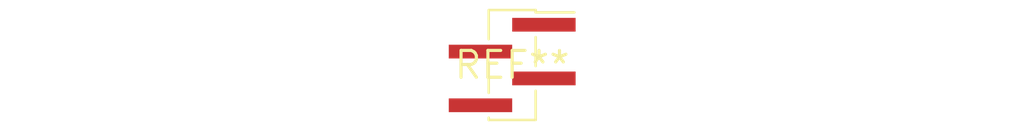
<source format=kicad_pcb>
(kicad_pcb (version 20240108) (generator pcbnew)
  (layers (0 "F.Cu" signal) (31 "B.Cu" signal) (34 "B.Paste" user) (35 "F.Paste" user) (36 "B.SilkS" user "B.Silkscreen") (37 "F.SilkS" user "F.Silkscreen") (38 "B.Mask" user) (39 "F.Mask" user) (44 "Edge.Cuts" user))
  (net 0 "")
  (footprint "PinHeader_1x04_P1.27mm_Vertical_SMD_Pin1Right" (layer "F.Cu") (at 0 0)
    (property "Reference" "REF**")
    (property "Value" "PinHeader_1x04_P1.27mm_Vertical_SMD_Pin1Right")
    (fp_line (start -1.11 -2.6) (end 1.11 -2.6) (layer "F.SilkS") (stroke (width 0.12)))
    (fp_line (start -1.11 -2.59) (end -1.11 -1.22) (layer "F.SilkS") (stroke (width 0.12)))
    (fp_line (start -1.11 -0.05) (end -1.11 1.32) (layer "F.SilkS") (stroke (width 0.12)))
    (fp_line (start -1.11 2.49) (end -1.11 2.6) (layer "F.SilkS") (stroke (width 0.12)))
    (fp_line (start -1.11 2.6) (end 1.11 2.6) (layer "F.SilkS") (stroke (width 0.12)))
    (fp_line (start 1.11 -2.6) (end 1.11 -2.49) (layer "F.SilkS") (stroke (width 0.12)))
    (fp_line (start 1.11 -2.49) (end 2.94 -2.49) (layer "F.SilkS") (stroke (width 0.12)))
    (fp_line (start 1.11 -1.32) (end 1.11 0.05) (layer "F.SilkS") (stroke (width 0.12)))
    (fp_line (start 1.11 1.22) (end 1.11 2.59) (layer "F.SilkS") (stroke (width 0.12)))
    (pad "1" smd rect (at 1.5 -1.905) (size 3 0.65) (layers "F.Cu" "F.Paste" "F.Mask"))
    (pad "2" smd rect (at -1.5 -0.635) (size 3 0.65) (layers "F.Cu" "F.Paste" "F.Mask"))
    (pad "3" smd rect (at 1.5 0.635) (size 3 0.65) (layers "F.Cu" "F.Paste" "F.Mask"))
    (pad "4" smd rect (at -1.5 1.905) (size 3 0.65) (layers "F.Cu" "F.Paste" "F.Mask"))
  )
)
</source>
